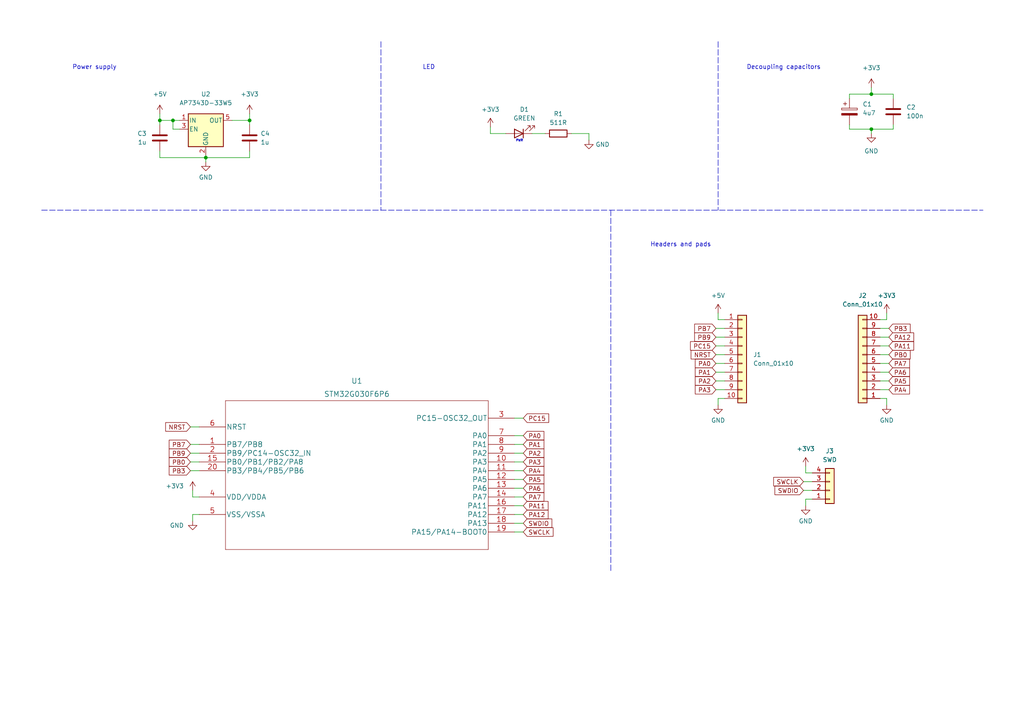
<source format=kicad_sch>
(kicad_sch (version 20211123) (generator eeschema)
  (paper "A4")
  (title_block (title "STM32G030F6P6 Adaptor PCB") (rev "1"))
  (lib_symbols
    (symbol "Connector_Generic:Conn_01x04" (pin_names (offset 1.016) hide)
      (property "Reference" "J" (at 0 5.08 0))
      (property "Value" "Conn_01x04" (at 0 -7.62 0))
      (symbol "Conn_01x04_1_1"
        (rectangle (start -1.27 -4.953) (end 0 -5.207) (stroke (width 0.1524)))
        (rectangle (start -1.27 -2.413) (end 0 -2.667) (stroke (width 0.1524)))
        (rectangle (start -1.27 0.127) (end 0 -0.127) (stroke (width 0.1524)))
        (rectangle (start -1.27 2.667) (end 0 2.413) (stroke (width 0.1524)))
        (rectangle (start -1.27 3.81) (end 1.27 -6.35) (stroke (width 0.254)) (fill (type background)))
        (pin passive line (at -5.08 2.54 0) (length 3.81) (name "Pin_1") (number "1"))
        (pin passive line (at -5.08 0 0) (length 3.81) (name "Pin_2") (number "2"))
        (pin passive line (at -5.08 -2.54 0) (length 3.81) (name "Pin_3") (number "3"))
        (pin passive line (at -5.08 -5.08 0) (length 3.81) (name "Pin_4") (number "4"))
      )
    )
    (symbol "Connector_Generic:Conn_01x10" (pin_names (offset 1.016) hide)
      (property "Reference" "J" (at 0 12.7 0))
      (property "Value" "Conn_01x10" (at 0 -15.24 0))
      (symbol "Conn_01x10_1_1"
        (rectangle (start -1.27 -12.573) (end 0 -12.827) (stroke (width 0.1524)))
        (rectangle (start -1.27 -10.033) (end 0 -10.287) (stroke (width 0.1524)))
        (rectangle (start -1.27 -7.493) (end 0 -7.747) (stroke (width 0.1524)))
        (rectangle (start -1.27 -4.953) (end 0 -5.207) (stroke (width 0.1524)))
        (rectangle (start -1.27 -2.413) (end 0 -2.667) (stroke (width 0.1524)))
        (rectangle (start -1.27 0.127) (end 0 -0.127) (stroke (width 0.1524)))
        (rectangle (start -1.27 2.667) (end 0 2.413) (stroke (width 0.1524)))
        (rectangle (start -1.27 5.207) (end 0 4.953) (stroke (width 0.1524)))
        (rectangle (start -1.27 7.747) (end 0 7.493) (stroke (width 0.1524)))
        (rectangle (start -1.27 10.287) (end 0 10.033) (stroke (width 0.1524)))
        (rectangle (start -1.27 11.43) (end 1.27 -13.97) (stroke (width 0.254)) (fill (type background)))
        (pin passive line (at -5.08 10.16 0) (length 3.81) (name "Pin_1") (number "1"))
        (pin passive line (at -5.08 -12.7 0) (length 3.81) (name "Pin_10") (number "10"))
        (pin passive line (at -5.08 7.62 0) (length 3.81) (name "Pin_2") (number "2"))
        (pin passive line (at -5.08 5.08 0) (length 3.81) (name "Pin_3") (number "3"))
        (pin passive line (at -5.08 2.54 0) (length 3.81) (name "Pin_4") (number "4"))
        (pin passive line (at -5.08 0 0) (length 3.81) (name "Pin_5") (number "5"))
        (pin passive line (at -5.08 -2.54 0) (length 3.81) (name "Pin_6") (number "6"))
        (pin passive line (at -5.08 -5.08 0) (length 3.81) (name "Pin_7") (number "7"))
        (pin passive line (at -5.08 -7.62 0) (length 3.81) (name "Pin_8") (number "8"))
        (pin passive line (at -5.08 -10.16 0) (length 3.81) (name "Pin_9") (number "9"))
      )
    )
    (symbol "Device:C" (pin_numbers hide) (pin_names (offset 0.254))
      (property "Reference" "C" (at 0.635 2.54 0))
      (property "Value" "C" (at 0.635 -2.54 0))
      (symbol "C_0_1"
        (polyline (pts (xy -2.032 -0.762) (xy 2.032 -0.762)) (stroke (width 0.508)))
        (polyline (pts (xy -2.032 0.762) (xy 2.032 0.762)) (stroke (width 0.508)))
      )
      (symbol "C_1_1"
        (pin passive line (at 0 3.81 270) (length 2.794) (name "~") (number "1"))
        (pin passive line (at 0 -3.81 90) (length 2.794) (name "~") (number "2"))
      )
    )
    (symbol "Device:C_Polarized" (pin_numbers hide) (pin_names (offset 0.254))
      (property "Reference" "C" (at 0.635 2.54 0))
      (property "Value" "C_Polarized" (at 0.635 -2.54 0))
      (symbol "C_Polarized_0_1"
        (rectangle (start -2.286 0.508) (end 2.286 1.016))
        (polyline (pts (xy -1.778 2.286) (xy -0.762 2.286)))
        (polyline (pts (xy -1.27 2.794) (xy -1.27 1.778)))
        (rectangle (start 2.286 -0.508) (end -2.286 -1.016) (fill (type outline)))
      )
      (symbol "C_Polarized_1_1"
        (pin passive line (at 0 3.81 270) (length 2.794) (name "~") (number "1"))
        (pin passive line (at 0 -3.81 90) (length 2.794) (name "~") (number "2"))
      )
    )
    (symbol "Device:LED" (pin_numbers hide) (pin_names (offset 1.016) hide)
      (property "Reference" "D" (at 0 2.54 0))
      (property "Value" "LED" (at 0 -2.54 0))
      (symbol "LED_0_1"
        (polyline (pts (xy -1.27 -1.27) (xy -1.27 1.27)) (stroke (width 0.254)))
        (polyline (pts (xy -1.27 0) (xy 1.27 0)))
        (polyline (pts (xy 1.27 -1.27) (xy 1.27 1.27) (xy -1.27 0) (xy 1.27 -1.27)) (stroke (width 0.254)))
        (polyline (pts (xy -3.048 -0.762) (xy -4.572 -2.286) (xy -3.81 -2.286) (xy -4.572 -2.286) (xy -4.572 -1.524)))
        (polyline (pts (xy -1.778 -0.762) (xy -3.302 -2.286) (xy -2.54 -2.286) (xy -3.302 -2.286) (xy -3.302 -1.524)))
      )
      (symbol "LED_1_1"
        (pin passive line (at -3.81 0 0) (length 2.54) (name "K") (number "1"))
        (pin passive line (at 3.81 0 180) (length 2.54) (name "A") (number "2"))
      )
    )
    (symbol "Device:R" (pin_numbers hide) (pin_names (offset 0))
      (property "Reference" "R" (at 2.032 0 90))
      (property "Value" "R" (at 0 0 90))
      (symbol "R_0_1"
        (rectangle (start -1.016 -2.54) (end 1.016 2.54) (stroke (width 0.254)))
      )
      (symbol "R_1_1"
        (pin passive line (at 0 3.81 270) (length 1.27) (name "~") (number "1"))
        (pin passive line (at 0 -3.81 90) (length 1.27) (name "~") (number "2"))
      )
    )
    (symbol "Regulator_Linear:TLV70015_SOT23-5" (pin_names (offset 0.254))
      (property "Reference" "U" (at -3.81 5.715 0))
      (property "Value" "TLV70015_SOT23-5" (at 0 5.715 0))
      (symbol "TLV70015_SOT23-5_0_1"
        (rectangle (start -5.08 4.445) (end 5.08 -5.08) (stroke (width 0.254)) (fill (type background)))
      )
      (symbol "TLV70015_SOT23-5_1_1"
        (pin power_in line (at -7.62 2.54 0) (length 2.54) (name "IN") (number "1"))
        (pin power_in line (at 0 -7.62 90) (length 2.54) (name "GND") (number "2"))
        (pin input line (at -7.62 0 0) (length 2.54) (name "EN") (number "3"))
        (pin no_connect line (at 5.08 0 180) (length 2.54) hide (name "NC") (number "4"))
        (pin power_out line (at 7.62 2.54 180) (length 2.54) (name "OUT") (number "5"))
      )
    )
    (symbol "STM32G030F6P6:STM32G030F6P6" (pin_names (offset 0.254))
      (property "Reference" "U" (at 45.72 12.7 0))
      (property "Value" "STM32G030F6P6" (at 45.72 10.16 0))
      (symbol "STM32G030F6P6_1_1"
        (polyline (pts (xy 7.62 -35.56) (xy 83.82 -35.56)) (stroke (width 0.127)))
        (polyline (pts (xy 7.62 7.62) (xy 7.62 -35.56)) (stroke (width 0.127)))
        (polyline (pts (xy 83.82 -35.56) (xy 83.82 7.62)) (stroke (width 0.127)))
        (polyline (pts (xy 83.82 7.62) (xy 7.62 7.62)) (stroke (width 0.127)))
        (pin bidirectional line (at 0 -5.08 0) (length 7.62) (name "PB7/PB8") (number "1"))
        (pin bidirectional line (at 91.44 -10.16 180) (length 7.62) (name "PA3") (number "10"))
        (pin bidirectional line (at 91.44 -12.7 180) (length 7.62) (name "PA4") (number "11"))
        (pin bidirectional line (at 91.44 -15.24 180) (length 7.62) (name "PA5") (number "12"))
        (pin bidirectional line (at 91.44 -17.78 180) (length 7.62) (name "PA6") (number "13"))
        (pin bidirectional line (at 91.44 -20.32 180) (length 7.62) (name "PA7") (number "14"))
        (pin bidirectional line (at 0 -10.16 0) (length 7.62) (name "PB0/PB1/PB2/PA8") (number "15"))
        (pin bidirectional line (at 91.44 -22.86 180) (length 7.62) (name "PA11") (number "16"))
        (pin bidirectional line (at 91.44 -25.4 180) (length 7.62) (name "PA12") (number "17"))
        (pin bidirectional line (at 91.44 -27.94 180) (length 7.62) (name "PA13") (number "18"))
        (pin bidirectional line (at 91.44 -30.48 180) (length 7.62) (name "PA15/PA14-BOOT0") (number "19"))
        (pin bidirectional line (at 0 -7.62 0) (length 7.62) (name "PB9/PC14-OSC32_IN") (number "2"))
        (pin bidirectional line (at 0 -12.7 0) (length 7.62) (name "PB3/PB4/PB5/PB6") (number "20"))
        (pin bidirectional line (at 91.44 2.54 180) (length 7.62) (name "PC15-OSC32_OUT") (number "3"))
        (pin power_in line (at 0 -20.32 0) (length 7.62) (name "VDD/VDDA") (number "4"))
        (pin power_in line (at 0 -25.4 0) (length 7.62) (name "VSS/VSSA") (number "5"))
        (pin bidirectional line (at 0 0 0) (length 7.62) (name "NRST") (number "6"))
        (pin bidirectional line (at 91.44 -2.54 180) (length 7.62) (name "PA0") (number "7"))
        (pin bidirectional line (at 91.44 -5.08 180) (length 7.62) (name "PA1") (number "8"))
        (pin bidirectional line (at 91.44 -7.62 180) (length 7.62) (name "PA2") (number "9"))
      )
    )
    (symbol "power:+3V3" (power) (pin_names (offset 0))
      (property "Value" "+3V3" (at 0 3.556 0))
      (symbol "+3V3_0_1"
        (polyline (pts (xy -0.762 1.27) (xy 0 2.54)))
        (polyline (pts (xy 0 0) (xy 0 2.54)))
        (polyline (pts (xy 0 2.54) (xy 0.762 1.27)))
      )
      (symbol "+3V3_1_1"
        (pin power_in line (at 0 0 90) (length 0) hide (name "+3V3") (number "1"))
      )
    )
    (symbol "power:+5V" (power) (pin_names (offset 0))
      (property "Value" "+5V" (at 0 3.556 0))
      (symbol "+5V_0_1"
        (polyline (pts (xy -0.762 1.27) (xy 0 2.54)))
        (polyline (pts (xy 0 0) (xy 0 2.54)))
        (polyline (pts (xy 0 2.54) (xy 0.762 1.27)))
      )
      (symbol "+5V_1_1"
        (pin power_in line (at 0 0 90) (length 0) hide (name "+5V") (number "1"))
      )
    )
    (symbol "power:GND" (power) (pin_names (offset 0))
      (property "Value" "GND" (at 0 -3.81 0))
      (symbol "GND_0_1"
        (polyline (pts (xy 0 0) (xy 0 -1.27) (xy 1.27 -1.27) (xy 0 -2.54) (xy -1.27 -1.27) (xy 0 -1.27)))
      )
      (symbol "GND_1_1"
        (pin power_in line (at 0 0 270) (length 0) hide (name "GND") (number "1"))
      )
    )
  )
  (junction (at 50.165 34.925))
  (junction (at 59.69 45.72))
  (junction (at 252.73 37.465))
  (junction (at 72.39 34.925))
  (junction (at 46.355 34.925))
  (junction (at 252.73 27.305))
  (wire (pts (xy 149.225 136.525) (xy 151.765 136.525)))
  (wire (pts (xy 149.225 131.445) (xy 151.765 131.445)))
  (wire (pts (xy 55.245 123.825) (xy 57.785 123.825)))
  (wire (pts (xy 55.245 128.905) (xy 57.785 128.905)))
  (wire (pts (xy 149.225 151.765) (xy 151.765 151.765)))
  (wire (pts (xy 233.045 139.7) (xy 235.585 139.7)))
  (wire (pts (xy 50.165 34.925) (xy 52.07 34.925)))
  (wire (pts (xy 255.27 102.87) (xy 257.81 102.87)))
  (wire (pts (xy 55.88 151.13) (xy 55.88 149.225)))
  (wire (pts (xy 255.27 110.49) (xy 257.81 110.49)))
  (wire (pts (xy 208.28 117.475) (xy 208.28 115.57)))
  (wire (pts (xy 149.225 139.065) (xy 151.765 139.065)))
  (wire (pts (xy 149.225 154.305) (xy 151.765 154.305)))
  (wire (pts (xy 252.73 37.465) (xy 252.73 38.735)))
  (wire (pts (xy 55.88 149.225) (xy 57.785 149.225)))
  (wire (pts (xy 55.245 133.985) (xy 57.785 133.985)))
  (wire (pts (xy 255.27 92.71) (xy 257.175 92.71)))
  (wire (pts (xy 149.225 146.685) (xy 151.765 146.685)))
  (wire (pts (xy 233.68 146.685) (xy 233.68 144.78)))
  (wire (pts (xy 52.07 37.465) (xy 50.165 37.465)))
  (wire (pts (xy 255.27 105.41) (xy 257.81 105.41)))
  (wire (pts (xy 165.735 38.735) (xy 170.815 38.735)))
  (wire (pts (xy 233.68 137.16) (xy 233.68 135.255)))
  (wire (pts (xy 235.585 137.16) (xy 233.68 137.16)))
  (wire (pts (xy 57.785 144.145) (xy 55.88 144.145)))
  (wire (pts (xy 149.225 141.605) (xy 151.765 141.605)))
  (wire (pts (xy 210.185 92.71) (xy 208.28 92.71)))
  (wire (pts (xy 72.39 45.72) (xy 59.69 45.72)))
  (wire (pts (xy 142.24 36.83) (xy 142.24 38.735)))
  (wire (pts (xy 207.645 95.25) (xy 210.185 95.25)))
  (wire (pts (xy 246.38 28.575) (xy 246.38 27.305)))
  (wire (pts (xy 207.645 97.79) (xy 210.185 97.79)))
  (wire (pts (xy 246.38 27.305) (xy 252.73 27.305)))
  (wire (pts (xy 55.245 136.525) (xy 57.785 136.525)))
  (wire (pts (xy 149.225 126.365) (xy 151.765 126.365)))
  (wire (pts (xy 72.39 43.815) (xy 72.39 45.72)))
  (wire (pts (xy 55.88 142.24) (xy 55.88 144.145)))
  (wire (pts (xy 149.225 133.985) (xy 151.765 133.985)))
  (polyline (pts (xy 208.28 12.065) (xy 208.28 60.96)))
  (wire (pts (xy 46.355 34.925) (xy 50.165 34.925)))
  (wire (pts (xy 149.225 144.145) (xy 151.765 144.145)))
  (polyline (pts (xy 110.49 12.065) (xy 110.49 60.96)))
  (wire (pts (xy 207.645 100.33) (xy 210.185 100.33)))
  (wire (pts (xy 259.08 37.465) (xy 252.73 37.465)))
  (wire (pts (xy 149.225 128.905) (xy 151.765 128.905)))
  (polyline (pts (xy 12.065 60.96) (xy 285.115 60.96)))
  (wire (pts (xy 255.27 107.95) (xy 257.81 107.95)))
  (wire (pts (xy 207.645 107.95) (xy 210.185 107.95)))
  (wire (pts (xy 255.27 100.33) (xy 257.81 100.33)))
  (wire (pts (xy 154.305 38.735) (xy 158.115 38.735)))
  (wire (pts (xy 67.31 34.925) (xy 72.39 34.925)))
  (wire (pts (xy 59.69 45.085) (xy 59.69 45.72)))
  (wire (pts (xy 207.645 105.41) (xy 210.185 105.41)))
  (wire (pts (xy 255.27 95.25) (xy 257.81 95.25)))
  (wire (pts (xy 72.39 34.925) (xy 72.39 36.195)))
  (wire (pts (xy 233.045 142.24) (xy 235.585 142.24)))
  (wire (pts (xy 233.68 144.78) (xy 235.585 144.78)))
  (wire (pts (xy 255.27 113.03) (xy 257.81 113.03)))
  (wire (pts (xy 252.73 25.4) (xy 252.73 27.305)))
  (wire (pts (xy 72.39 33.02) (xy 72.39 34.925)))
  (wire (pts (xy 208.28 92.71) (xy 208.28 90.805)))
  (wire (pts (xy 259.08 28.575) (xy 259.08 27.305)))
  (wire (pts (xy 207.645 102.87) (xy 210.185 102.87)))
  (wire (pts (xy 46.355 33.02) (xy 46.355 34.925)))
  (wire (pts (xy 46.355 45.72) (xy 59.69 45.72)))
  (wire (pts (xy 50.165 37.465) (xy 50.165 34.925)))
  (wire (pts (xy 46.355 34.925) (xy 46.355 36.195)))
  (wire (pts (xy 207.645 113.03) (xy 210.185 113.03)))
  (wire (pts (xy 246.38 36.195) (xy 246.38 37.465)))
  (wire (pts (xy 252.73 27.305) (xy 259.08 27.305)))
  (polyline (pts (xy 177.165 60.96) (xy 177.165 165.735)))
  (wire (pts (xy 142.24 38.735) (xy 146.685 38.735)))
  (wire (pts (xy 149.225 149.225) (xy 151.765 149.225)))
  (wire (pts (xy 59.69 45.72) (xy 59.69 46.99)))
  (wire (pts (xy 55.245 131.445) (xy 57.785 131.445)))
  (wire (pts (xy 257.175 92.71) (xy 257.175 90.805)))
  (wire (pts (xy 255.27 97.79) (xy 257.81 97.79)))
  (wire (pts (xy 246.38 37.465) (xy 252.73 37.465)))
  (wire (pts (xy 259.08 36.195) (xy 259.08 37.465)))
  (wire (pts (xy 207.645 110.49) (xy 210.185 110.49)))
  (wire (pts (xy 208.28 115.57) (xy 210.185 115.57)))
  (wire (pts (xy 149.225 121.285) (xy 151.765 121.285)))
  (wire (pts (xy 257.175 117.475) (xy 257.175 115.57)))
  (wire (pts (xy 46.355 43.815) (xy 46.355 45.72)))
  (wire (pts (xy 257.175 115.57) (xy 255.27 115.57)))
  (wire (pts (xy 170.815 38.735) (xy 170.815 40.64)))
  (text "Decoupling capacitors" (at 216.535 20.32 0) (effects (font (size 1.27 1.27)) (justify left bottom)))
  (text "Headers and pads" (at 188.595 71.755 0) (effects (font (size 1.27 1.27)) (justify left bottom)))
  (text "LED" (at 122.555 20.32 0) (effects (font (size 1.27 1.27)) (justify left bottom)))
  (text "Power supply" (at 20.955 20.32 0) (effects (font (size 1.27 1.27)) (justify left bottom)))
  (text "PWR" (at 151.765 41.275 180) (effects (font (size 0.635 0.635)) (justify right bottom)))
  (global_label "PB9" (shape input) (at 207.645 97.79 180) (property "Intersheet References" "${INTERSHEET_REFS}" (effects hide)))
  (global_label "PA6" (shape input) (at 151.765 141.605 0) (property "Intersheet References" "${INTERSHEET_REFS}" (effects hide)))
  (global_label "PA11" (shape input) (at 151.765 146.685 0) (property "Intersheet References" "${INTERSHEET_REFS}" (effects hide)))
  (global_label "PA0" (shape input) (at 151.765 126.365 0) (property "Intersheet References" "${INTERSHEET_REFS}" (effects hide)))
  (global_label "PA1" (shape input) (at 207.645 107.95 180) (property "Intersheet References" "${INTERSHEET_REFS}" (effects hide)))
  (global_label "SWDIO" (shape input) (at 233.045 142.24 180) (property "Intersheet References" "${INTERSHEET_REFS}" (effects hide)))
  (global_label "PA0" (shape input) (at 207.645 105.41 180) (property "Intersheet References" "${INTERSHEET_REFS}" (effects hide)))
  (global_label "SWCLK" (shape input) (at 151.765 154.305 0) (property "Intersheet References" "${INTERSHEET_REFS}" (effects hide)))
  (global_label "PA5" (shape input) (at 151.765 139.065 0) (property "Intersheet References" "${INTERSHEET_REFS}" (effects hide)))
  (global_label "PB7" (shape input) (at 207.645 95.25 180) (property "Intersheet References" "${INTERSHEET_REFS}" (effects hide)))
  (global_label "PA12" (shape input) (at 257.81 97.79 0) (property "Intersheet References" "${INTERSHEET_REFS}" (effects hide)))
  (global_label "NRST" (shape input) (at 55.245 123.825 180) (property "Intersheet References" "${INTERSHEET_REFS}" (effects hide)))
  (global_label "PB0" (shape input) (at 257.81 102.87 0) (property "Intersheet References" "${INTERSHEET_REFS}" (effects hide)))
  (global_label "PA7" (shape input) (at 257.81 105.41 0) (property "Intersheet References" "${INTERSHEET_REFS}" (effects hide)))
  (global_label "PA5" (shape input) (at 257.81 110.49 0) (property "Intersheet References" "${INTERSHEET_REFS}" (effects hide)))
  (global_label "PC15" (shape input) (at 151.765 121.285 0) (property "Intersheet References" "${INTERSHEET_REFS}" (effects hide)))
  (global_label "PA3" (shape input) (at 151.765 133.985 0) (property "Intersheet References" "${INTERSHEET_REFS}" (effects hide)))
  (global_label "PB3" (shape input) (at 55.245 136.525 180) (property "Intersheet References" "${INTERSHEET_REFS}" (effects hide)))
  (global_label "NRST" (shape input) (at 207.645 102.87 180) (property "Intersheet References" "${INTERSHEET_REFS}" (effects hide)))
  (global_label "PA1" (shape input) (at 151.765 128.905 0) (property "Intersheet References" "${INTERSHEET_REFS}" (effects hide)))
  (global_label "SWDIO" (shape input) (at 151.765 151.765 0) (property "Intersheet References" "${INTERSHEET_REFS}" (effects hide)))
  (global_label "PA2" (shape input) (at 151.765 131.445 0) (property "Intersheet References" "${INTERSHEET_REFS}" (effects hide)))
  (global_label "PB9" (shape input) (at 55.245 131.445 180) (property "Intersheet References" "${INTERSHEET_REFS}" (effects hide)))
  (global_label "PA4" (shape input) (at 151.765 136.525 0) (property "Intersheet References" "${INTERSHEET_REFS}" (effects hide)))
  (global_label "PB0" (shape input) (at 55.245 133.985 180) (property "Intersheet References" "${INTERSHEET_REFS}" (effects hide)))
  (global_label "PA4" (shape input) (at 257.81 113.03 0) (property "Intersheet References" "${INTERSHEET_REFS}" (effects hide)))
  (global_label "PA3" (shape input) (at 207.645 113.03 180) (property "Intersheet References" "${INTERSHEET_REFS}" (effects hide)))
  (global_label "PB7" (shape input) (at 55.245 128.905 180) (property "Intersheet References" "${INTERSHEET_REFS}" (effects hide)))
  (global_label "PA7" (shape input) (at 151.765 144.145 0) (property "Intersheet References" "${INTERSHEET_REFS}" (effects hide)))
  (global_label "SWCLK" (shape input) (at 233.045 139.7 180) (property "Intersheet References" "${INTERSHEET_REFS}" (effects hide)))
  (global_label "PC15" (shape input) (at 207.645 100.33 180) (property "Intersheet References" "${INTERSHEET_REFS}" (effects hide)))
  (global_label "PA6" (shape input) (at 257.81 107.95 0) (property "Intersheet References" "${INTERSHEET_REFS}" (effects hide)))
  (global_label "PA12" (shape input) (at 151.765 149.225 0) (property "Intersheet References" "${INTERSHEET_REFS}" (effects hide)))
  (global_label "PA2" (shape input) (at 207.645 110.49 180) (property "Intersheet References" "${INTERSHEET_REFS}" (effects hide)))
  (global_label "PA11" (shape input) (at 257.81 100.33 0) (property "Intersheet References" "${INTERSHEET_REFS}" (effects hide)))
  (global_label "PB3" (shape input) (at 257.81 95.25 0) (property "Intersheet References" "${INTERSHEET_REFS}" (effects hide)))
  (symbol (lib_id "power:+3V3") (at 257.175 90.805 0) (mirror y) (unit 1)
    (property "Reference" "#PWR06" (effects hide))
    (property "Value" "+3V3" (at 257.175 85.725 0))
  )
  (symbol (lib_id "power:GND") (at 170.815 40.64 0) (unit 1)
    (property "Reference" "#PWR015" (effects hide))
    (property "Value" "GND" (at 172.72 41.9099 0) (effects (justify left)))
  )
  (symbol (lib_id "Device:C") (at 259.08 32.385 0) (unit 1)
    (property "Reference" "C2" (at 262.89 31.1149 0) (effects (justify left)))
    (property "Value" "100n" (at 262.89 33.6549 0) (effects (justify left)))
    (property "Footprint" "Capacitor_SMD:C_0603_1608Metric" (effects hide))
  )
  (symbol (lib_id "power:+3V3") (at 55.88 142.24 0) (unit 1)
    (property "Reference" "#PWR02" (effects hide))
    (property "Value" "+3V3" (at 53.34 140.9699 0) (effects (justify right)))
  )
  (symbol (lib_id "Connector_Generic:Conn_01x04") (at 240.665 142.24 0) (mirror x) (unit 1)
    (property "Reference" "J3" (at 240.665 130.81 0))
    (property "Value" "SWD" (at 240.665 133.35 0))
    (property "Footprint" "Connector_PinHeader_2.54mm:PinHeader_1x04_P2.54mm_Vertical" (effects hide))
  )
  (symbol (lib_id "power:GND") (at 55.88 151.13 0) (unit 1)
    (property "Reference" "#PWR03" (effects hide))
    (property "Value" "GND" (at 53.34 152.3999 0) (effects (justify right)))
  )
  (symbol (lib_id "power:+5V") (at 46.355 33.02 0) (unit 1)
    (property "Reference" "#PWR01" (effects hide))
    (property "Value" "+5V" (at 46.355 27.305 0))
  )
  (symbol (lib_id "power:GND") (at 252.73 38.735 0) (unit 1)
    (property "Reference" "#PWR011" (effects hide))
    (property "Value" "GND" (at 252.73 43.815 0))
  )
  (symbol (lib_id "power:+3V3") (at 233.68 135.255 0) (unit 1)
    (property "Reference" "#PWR08" (effects hide))
    (property "Value" "+3V3" (at 233.68 130.175 0))
  )
  (symbol (lib_id "power:GND") (at 233.68 146.685 0) (unit 1)
    (property "Reference" "#PWR09" (effects hide))
    (property "Value" "GND" (at 233.68 151.13 0))
  )
  (symbol (lib_id "Connector_Generic:Conn_01x10") (at 215.265 102.87 0) (unit 1)
    (property "Reference" "J1" (at 218.44 102.8699 0) (effects (justify left)))
    (property "Value" "Conn_01x10" (at 218.44 105.4099 0) (effects (justify left)))
    (property "Footprint" "Connector_PinHeader_Castellated_2.54mm:PinHeader_Castellated_1x10_P2.54mm_Vertical" (effects hide))
  )
  (symbol (lib_id "Regulator_Linear:TLV70015_SOT23-5") (at 59.69 37.465 0) (unit 1)
    (property "Reference" "U2" (at 59.69 27.305 0))
    (property "Value" "AP7343D-33W5" (at 59.69 29.845 0))
    (property "Footprint" "Package_TO_SOT_SMD:SOT-23-5" (effects hide))
    (property "Datasheet" "http://www.ti.com/lit/ds/symlink/tlv700.pdf" (effects hide))
  )
  (symbol (lib_id "power:GND") (at 257.175 117.475 0) (mirror y) (unit 1)
    (property "Reference" "#PWR013" (effects hide))
    (property "Value" "GND" (at 257.175 121.92 0))
  )
  (symbol (lib_id "power:+5V") (at 208.28 90.805 0) (mirror y) (unit 1)
    (property "Reference" "#PWR012" (effects hide))
    (property "Value" "+5V" (at 208.28 85.725 0))
  )
  (symbol (lib_id "power:GND") (at 59.69 46.99 0) (unit 1)
    (property "Reference" "#PWR04" (effects hide))
    (property "Value" "GND" (at 59.69 51.435 0))
  )
  (symbol (lib_id "STM32G030F6P6:STM32G030F6P6") (at 57.785 123.825 0) (unit 1)
    (property "Reference" "U1" (at 103.505 110.49 0) (effects (font (size 1.524 1.524))))
    (property "Value" "STM32G030F6P6" (at 103.505 114.3 0) (effects (font (size 1.524 1.524))))
    (property "Footprint" "Package_SO:TSSOP-20_4.4x6.5mm_P0.65mm" (effects hide))
  )
  (symbol (lib_id "Device:C") (at 72.39 40.005 0) (unit 1)
    (property "Reference" "C4" (at 75.565 38.7349 0) (effects (justify left)))
    (property "Value" "1u" (at 75.565 41.2749 0) (effects (justify left)))
    (property "Footprint" "Capacitor_SMD:C_0603_1608Metric" (effects hide))
  )
  (symbol (lib_id "power:GND") (at 208.28 117.475 0) (unit 1)
    (property "Reference" "#PWR07" (effects hide))
    (property "Value" "GND" (at 208.28 121.92 0))
  )
  (symbol (lib_id "Device:R") (at 161.925 38.735 90) (unit 1)
    (property "Reference" "R1" (at 161.925 33.02 90))
    (property "Value" "511R" (at 161.925 35.56 90))
    (property "Footprint" "Resistor_SMD:R_0603_1608Metric" (effects hide))
  )
  (symbol (lib_id "power:+3V3") (at 72.39 33.02 0) (unit 1)
    (property "Reference" "#PWR05" (effects hide))
    (property "Value" "+3V3" (at 72.39 27.305 0))
  )
  (symbol (lib_id "Device:LED") (at 150.495 38.735 180) (unit 1)
    (property "Reference" "D1" (at 152.0825 31.75 0))
    (property "Value" "GREEN" (at 152.0825 34.29 0))
    (property "Footprint" "LED_SMD:LED_0603_1608Metric" (effects hide))
  )
  (symbol (lib_id "power:+3V3") (at 252.73 25.4 0) (unit 1)
    (property "Reference" "#PWR010" (effects hide))
    (property "Value" "+3V3" (at 252.73 19.685 0))
  )
  (symbol (lib_id "Connector_Generic:Conn_01x10") (at 250.19 105.41 180) (unit 1)
    (property "Reference" "J2" (at 250.19 85.725 0))
    (property "Value" "Conn_01x10" (at 250.19 88.265 0))
    (property "Footprint" "Connector_PinHeader_Castellated_2.54mm:PinHeader_Castellated_1x10_P2.54mm_Vertical" (effects hide))
  )
  (symbol (lib_id "power:+3V3") (at 142.24 36.83 0) (mirror y) (unit 1)
    (property "Reference" "#PWR014" (effects hide))
    (property "Value" "+3V3" (at 142.24 31.75 0))
  )
  (symbol (lib_id "Device:C_Polarized") (at 246.38 32.385 0) (unit 1)
    (property "Reference" "C1" (at 250.19 30.2259 0) (effects (justify left)))
    (property "Value" "4u7" (at 250.19 32.7659 0) (effects (justify left)))
    (property "Footprint" "Capacitor_Tantalum_SMD:CP_EIA-1608-10_AVX-L" (effects hide))
  )
  (symbol (lib_id "Device:C") (at 46.355 40.005 0) (unit 1)
    (property "Reference" "C3" (at 42.545 38.7349 0) (effects (justify right)))
    (property "Value" "1u" (at 42.545 41.2749 0) (effects (justify right)))
    (property "Footprint" "Capacitor_SMD:C_0603_1608Metric" (effects hide))
  )
)
</source>
